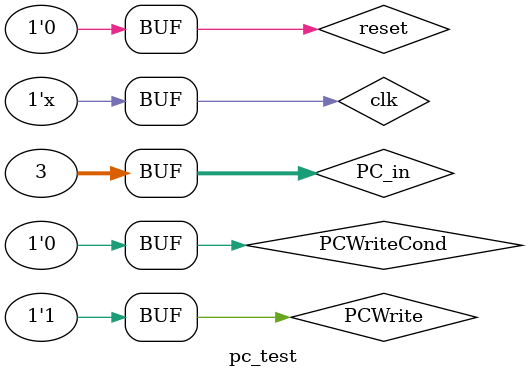
<source format=v>
`timescale 1ns / 1ps


module pc_test;

	// Inputs
	reg PCWrite;
	reg PCWriteCond;
	reg [31:0] PC_in;
	reg clk;
	reg reset;

	// Outputs
	wire [31:0] PCAddress;

	// Instantiate the Unit Under Test (UUT)
	ProgramCounter uut (
		.PCAddress(PCAddress), 
		.PCWrite(PCWrite), 
		.PCWriteCond(PCWriteCond), 
		.PC_in(PC_in), 
		.clk(clk), 
		.reset(reset)
	);
	
	// Initialize clock
	always #5
		clk = ~clk;

	initial begin
		// Initialize Inputs
		PCWrite = 0;
		PCWriteCond = 0;
		PC_in = 0;
		clk = 0;
		reset = 0;

		// Wait 100 ns for global reset to finish
		#100;
        
		// Add stimulus here
		PCWrite = 1;
		PC_in = 1;
		#100;
		
		PC_in = 2;
		#100;
		
		PC_in = 3;
		
	end
      
endmodule


</source>
